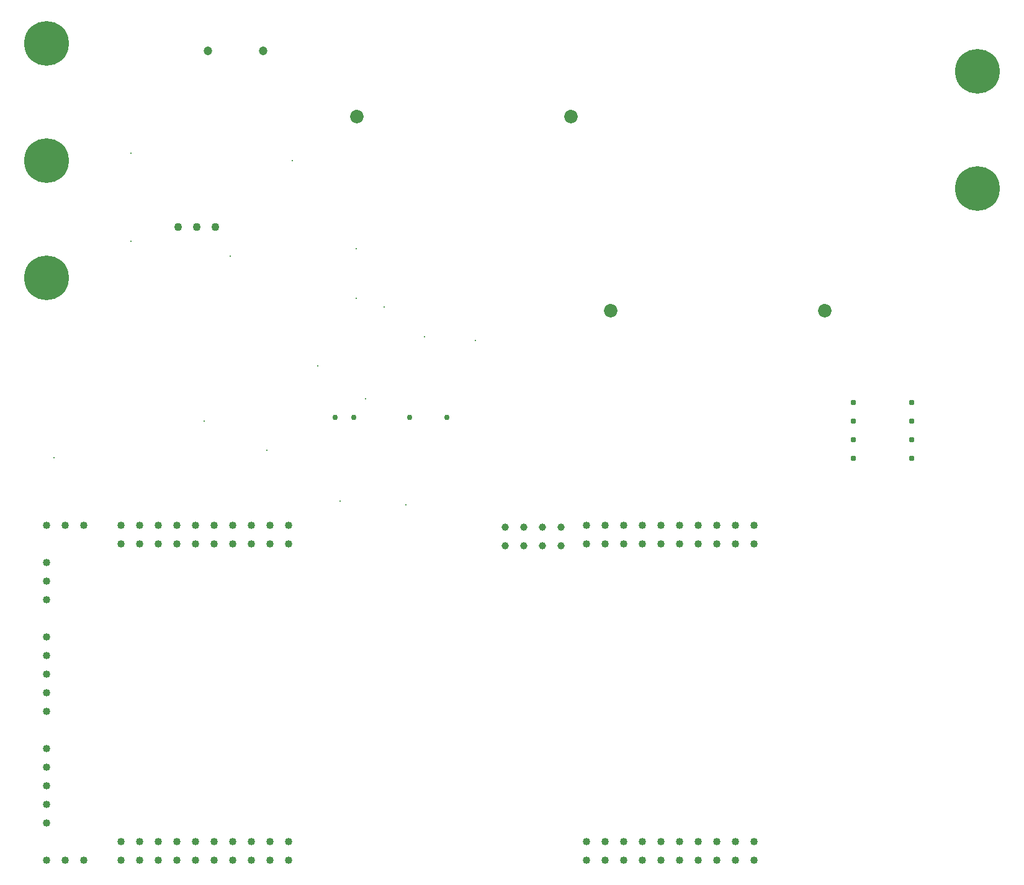
<source format=gbr>
%TF.GenerationSoftware,KiCad,Pcbnew,8.0.7*%
%TF.CreationDate,2025-03-06T09:08:54-05:00*%
%TF.ProjectId,Buck_PCB,4275636b-5f50-4434-922e-6b696361645f,v1*%
%TF.SameCoordinates,Original*%
%TF.FileFunction,Plated,1,2,PTH,Drill*%
%TF.FilePolarity,Positive*%
%FSLAX46Y46*%
G04 Gerber Fmt 4.6, Leading zero omitted, Abs format (unit mm)*
G04 Created by KiCad (PCBNEW 8.0.7) date 2025-03-06 09:08:54*
%MOMM*%
%LPD*%
G01*
G04 APERTURE LIST*
%TA.AperFunction,ViaDrill*%
%ADD10C,0.300000*%
%TD*%
%TA.AperFunction,ComponentDrill*%
%ADD11C,0.762000*%
%TD*%
%TA.AperFunction,ComponentDrill*%
%ADD12C,0.780000*%
%TD*%
%TA.AperFunction,ComponentDrill*%
%ADD13C,1.000000*%
%TD*%
%TA.AperFunction,ComponentDrill*%
%ADD14C,1.016000*%
%TD*%
%TA.AperFunction,ComponentDrill*%
%ADD15C,1.100000*%
%TD*%
%TA.AperFunction,ComponentDrill*%
%ADD16C,1.200000*%
%TD*%
%TA.AperFunction,ComponentDrill*%
%ADD17C,1.850000*%
%TD*%
%TA.AperFunction,ComponentDrill*%
%ADD18C,6.100000*%
%TD*%
G04 APERTURE END LIST*
D10*
X29500000Y-126000000D03*
X40000000Y-84500000D03*
X40000000Y-96500000D03*
X50000000Y-121000000D03*
X53500000Y-98500000D03*
X58500000Y-125000000D03*
X62000000Y-85500000D03*
X65500000Y-113500000D03*
X68500000Y-132000000D03*
X70750000Y-97500000D03*
X70750000Y-104250000D03*
X72000000Y-118000000D03*
X74500000Y-105500000D03*
X77500000Y-132500000D03*
X80000000Y-109500000D03*
X87000000Y-110000000D03*
D11*
%TO.C,U4*%
X67850000Y-120500000D03*
X70390000Y-120500000D03*
X78010000Y-120500000D03*
X83090000Y-120500000D03*
D12*
%TO.C,U1*%
X138560000Y-118460000D03*
X138560000Y-121000000D03*
X138560000Y-123540000D03*
X138560000Y-126080000D03*
X146500000Y-118460000D03*
X146500000Y-121000000D03*
X146500000Y-123540000D03*
X146500000Y-126080000D03*
D13*
%TO.C,U2*%
X91000000Y-135500000D03*
X91000000Y-138040000D03*
X93540000Y-135500000D03*
X93540000Y-138040000D03*
X96080000Y-135500000D03*
X96080000Y-138040000D03*
X98620000Y-135500000D03*
X98620000Y-138040000D03*
D14*
X28444000Y-135266000D03*
X28444000Y-140346000D03*
X28444000Y-142886000D03*
X28444000Y-145426000D03*
X28444000Y-150506000D03*
X28444000Y-153046000D03*
X28444000Y-155586000D03*
X28444000Y-158126000D03*
X28444000Y-160666000D03*
X28444000Y-165746000D03*
X28444000Y-168286000D03*
X28444000Y-170826000D03*
X28444000Y-173366000D03*
X28444000Y-175906000D03*
X28444000Y-180986000D03*
X30984000Y-135266000D03*
X30984000Y-180986000D03*
X33524000Y-135266000D03*
X33524000Y-180986000D03*
X38604000Y-135266000D03*
X38604000Y-137806000D03*
X38604000Y-178446000D03*
X38604000Y-180986000D03*
X41144000Y-135266000D03*
X41144000Y-137806000D03*
X41144000Y-178446000D03*
X41144000Y-180986000D03*
X43684000Y-135266000D03*
X43684000Y-137806000D03*
X43684000Y-178446000D03*
X43684000Y-180986000D03*
X46224000Y-135266000D03*
X46224000Y-137806000D03*
X46224000Y-178446000D03*
X46224000Y-180986000D03*
X48764000Y-135266000D03*
X48764000Y-137806000D03*
X48764000Y-178446000D03*
X48764000Y-180986000D03*
X51304000Y-135266000D03*
X51304000Y-137806000D03*
X51304000Y-178446000D03*
X51304000Y-180986000D03*
X53844000Y-135266000D03*
X53844000Y-137806000D03*
X53844000Y-178446000D03*
X53844000Y-180986000D03*
X56384000Y-135266000D03*
X56384000Y-137806000D03*
X56384000Y-178446000D03*
X56384000Y-180986000D03*
X58924000Y-135266000D03*
X58924000Y-137806000D03*
X58924000Y-178446000D03*
X58924000Y-180986000D03*
X61464000Y-135266000D03*
X61464000Y-137806000D03*
X61464000Y-178446000D03*
X61464000Y-180986000D03*
X102104000Y-135266000D03*
X102104000Y-137806000D03*
X102104000Y-178446000D03*
X102104000Y-180986000D03*
X104644000Y-135266000D03*
X104644000Y-137806000D03*
X104644000Y-178446000D03*
X104644000Y-180986000D03*
X107184000Y-135266000D03*
X107184000Y-137806000D03*
X107184000Y-178446000D03*
X107184000Y-180986000D03*
X109724000Y-135266000D03*
X109724000Y-137806000D03*
X109724000Y-178446000D03*
X109724000Y-180986000D03*
X112264000Y-135266000D03*
X112264000Y-137806000D03*
X112264000Y-178446000D03*
X112264000Y-180986000D03*
X114804000Y-135266000D03*
X114804000Y-137806000D03*
X114804000Y-178446000D03*
X114804000Y-180986000D03*
X117344000Y-135266000D03*
X117344000Y-137806000D03*
X117344000Y-178446000D03*
X117344000Y-180986000D03*
X119884000Y-135266000D03*
X119884000Y-137806000D03*
X119884000Y-178446000D03*
X119884000Y-180986000D03*
X122424000Y-135266000D03*
X122424000Y-137806000D03*
X122424000Y-178446000D03*
X122424000Y-180986000D03*
X124964000Y-135266000D03*
X124964000Y-137806000D03*
X124964000Y-178446000D03*
X124964000Y-180986000D03*
D15*
%TO.C,Q1*%
X46397780Y-94500000D03*
X48937780Y-94500000D03*
X51477780Y-94500000D03*
D16*
%TO.C,C3*%
X50500000Y-70500000D03*
X58000000Y-70500000D03*
D17*
%TO.C,L1*%
X70790000Y-79500000D03*
X100000000Y-79500000D03*
%TO.C,L2*%
X105395000Y-106000000D03*
X134605000Y-106000000D03*
D18*
%TO.C,J3*%
X28500000Y-69500000D03*
%TO.C,J1*%
X28500000Y-85500000D03*
%TO.C,J5*%
X28500000Y-101500000D03*
%TO.C,J4*%
X155500000Y-73250000D03*
%TO.C,J2*%
X155500000Y-89250000D03*
M02*

</source>
